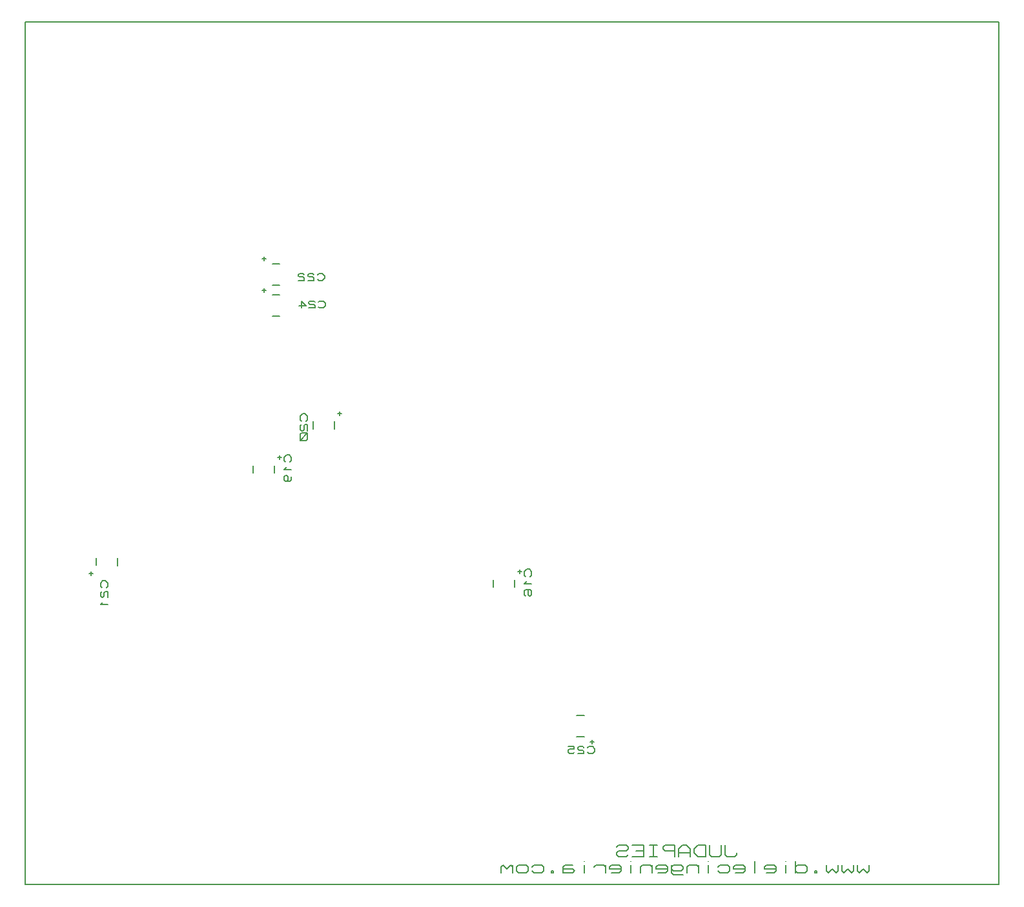
<source format=gbr>
G04 PROTEUS RS274X GERBER FILE*
%FSLAX45Y45*%
%MOMM*%
G01*
%ADD19C,0.203200*%
D19*
X+10160Y+160D02*
X+12780160Y+160D01*
X+12780160Y+11320160D01*
X+10160Y+11320160D01*
X+10160Y+160D01*
X+3279700Y+5401880D02*
X+3279700Y+5498400D01*
X+2997760Y+5401880D02*
X+2997760Y+5500940D01*
X+3317800Y+5605080D02*
X+3368600Y+5605080D01*
X+3343200Y+5579680D02*
X+3343200Y+5630480D01*
X+3485440Y+5545390D02*
X+3500680Y+5561265D01*
X+3500680Y+5608890D01*
X+3470200Y+5640640D01*
X+3439720Y+5640640D01*
X+3409240Y+5608890D01*
X+3409240Y+5561265D01*
X+3424480Y+5545390D01*
X+3439720Y+5481890D02*
X+3409240Y+5450140D01*
X+3500680Y+5450140D01*
X+3439720Y+5291390D02*
X+3454960Y+5307265D01*
X+3454960Y+5354890D01*
X+3439720Y+5370765D01*
X+3424480Y+5370765D01*
X+3409240Y+5354890D01*
X+3409240Y+5307265D01*
X+3424480Y+5291390D01*
X+3485440Y+5291390D01*
X+3500680Y+5307265D01*
X+3500680Y+5354890D01*
X+4069700Y+5981600D02*
X+4069700Y+6078120D01*
X+3787760Y+5981600D02*
X+3787760Y+6080660D01*
X+4107800Y+6184800D02*
X+4158600Y+6184800D01*
X+4133200Y+6159400D02*
X+4133200Y+6210200D01*
X+3695440Y+6085110D02*
X+3710680Y+6100985D01*
X+3710680Y+6148610D01*
X+3680200Y+6180360D01*
X+3649720Y+6180360D01*
X+3619240Y+6148610D01*
X+3619240Y+6100985D01*
X+3634480Y+6085110D01*
X+3634480Y+6037485D02*
X+3619240Y+6021610D01*
X+3619240Y+5973985D01*
X+3634480Y+5958110D01*
X+3649720Y+5958110D01*
X+3664960Y+5973985D01*
X+3664960Y+6021610D01*
X+3680200Y+6037485D01*
X+3710680Y+6037485D01*
X+3710680Y+5958110D01*
X+3695440Y+5926360D02*
X+3634480Y+5926360D01*
X+3619240Y+5910485D01*
X+3619240Y+5846985D01*
X+3634480Y+5831110D01*
X+3695440Y+5831110D01*
X+3710680Y+5846985D01*
X+3710680Y+5910485D01*
X+3695440Y+5926360D01*
X+3710680Y+5926360D02*
X+3619240Y+5831110D01*
X+940300Y+4288400D02*
X+940300Y+4191880D01*
X+1222240Y+4288400D02*
X+1222240Y+4189340D01*
X+902200Y+4085200D02*
X+851400Y+4085200D01*
X+876800Y+4110600D02*
X+876800Y+4059800D01*
X+1075520Y+3895390D02*
X+1090760Y+3911265D01*
X+1090760Y+3958890D01*
X+1060280Y+3990640D01*
X+1029800Y+3990640D01*
X+999320Y+3958890D01*
X+999320Y+3911265D01*
X+1014560Y+3895390D01*
X+1014560Y+3847765D02*
X+999320Y+3831890D01*
X+999320Y+3784265D01*
X+1014560Y+3768390D01*
X+1029800Y+3768390D01*
X+1045040Y+3784265D01*
X+1045040Y+3831890D01*
X+1060280Y+3847765D01*
X+1090760Y+3847765D01*
X+1090760Y+3768390D01*
X+1029800Y+3704890D02*
X+999320Y+3673140D01*
X+1090760Y+3673140D01*
X+6429700Y+3901880D02*
X+6429700Y+3998400D01*
X+6147760Y+3901880D02*
X+6147760Y+4000940D01*
X+6467800Y+4105080D02*
X+6518600Y+4105080D01*
X+6493200Y+4079680D02*
X+6493200Y+4130480D01*
X+6635440Y+4045390D02*
X+6650680Y+4061265D01*
X+6650680Y+4108890D01*
X+6620200Y+4140640D01*
X+6589720Y+4140640D01*
X+6559240Y+4108890D01*
X+6559240Y+4061265D01*
X+6574480Y+4045390D01*
X+6589720Y+3981890D02*
X+6559240Y+3950140D01*
X+6650680Y+3950140D01*
X+6574480Y+3791390D02*
X+6559240Y+3807265D01*
X+6559240Y+3854890D01*
X+6574480Y+3870765D01*
X+6635440Y+3870765D01*
X+6650680Y+3854890D01*
X+6650680Y+3807265D01*
X+6635440Y+3791390D01*
X+6620200Y+3791390D01*
X+6604960Y+3807265D01*
X+6604960Y+3870765D01*
X+3348400Y+8149700D02*
X+3251880Y+8149700D01*
X+3348400Y+7867760D02*
X+3249340Y+7867760D01*
X+3145200Y+8187800D02*
X+3145200Y+8238600D01*
X+3170600Y+8213200D02*
X+3119800Y+8213200D01*
X+3845390Y+7944480D02*
X+3861265Y+7929240D01*
X+3908890Y+7929240D01*
X+3940640Y+7959720D01*
X+3940640Y+7990200D01*
X+3908890Y+8020680D01*
X+3861265Y+8020680D01*
X+3845390Y+8005440D01*
X+3797765Y+8005440D02*
X+3781890Y+8020680D01*
X+3734265Y+8020680D01*
X+3718390Y+8005440D01*
X+3718390Y+7990200D01*
X+3734265Y+7974960D01*
X+3781890Y+7974960D01*
X+3797765Y+7959720D01*
X+3797765Y+7929240D01*
X+3718390Y+7929240D01*
X+3670765Y+8005440D02*
X+3654890Y+8020680D01*
X+3607265Y+8020680D01*
X+3591390Y+8005440D01*
X+3591390Y+7990200D01*
X+3607265Y+7974960D01*
X+3654890Y+7974960D01*
X+3670765Y+7959720D01*
X+3670765Y+7929240D01*
X+3591390Y+7929240D01*
X+3348400Y+7739700D02*
X+3251880Y+7739700D01*
X+3348400Y+7457760D02*
X+3249340Y+7457760D01*
X+3145200Y+7777800D02*
X+3145200Y+7828600D01*
X+3170600Y+7803200D02*
X+3119800Y+7803200D01*
X+3855390Y+7584480D02*
X+3871265Y+7569240D01*
X+3918890Y+7569240D01*
X+3950640Y+7599720D01*
X+3950640Y+7630200D01*
X+3918890Y+7660680D01*
X+3871265Y+7660680D01*
X+3855390Y+7645440D01*
X+3807765Y+7645440D02*
X+3791890Y+7660680D01*
X+3744265Y+7660680D01*
X+3728390Y+7645440D01*
X+3728390Y+7630200D01*
X+3744265Y+7614960D01*
X+3791890Y+7614960D01*
X+3807765Y+7599720D01*
X+3807765Y+7569240D01*
X+3728390Y+7569240D01*
X+3601390Y+7599720D02*
X+3696640Y+7599720D01*
X+3633140Y+7660680D01*
X+3633140Y+7569240D01*
X+7241880Y+1940300D02*
X+7338400Y+1940300D01*
X+7241880Y+2222240D02*
X+7340940Y+2222240D01*
X+7445080Y+1902200D02*
X+7445080Y+1851400D01*
X+7419680Y+1876800D02*
X+7470480Y+1876800D01*
X+7385390Y+1734560D02*
X+7401265Y+1719320D01*
X+7448890Y+1719320D01*
X+7480640Y+1749800D01*
X+7480640Y+1780280D01*
X+7448890Y+1810760D01*
X+7401265Y+1810760D01*
X+7385390Y+1795520D01*
X+7337765Y+1795520D02*
X+7321890Y+1810760D01*
X+7274265Y+1810760D01*
X+7258390Y+1795520D01*
X+7258390Y+1780280D01*
X+7274265Y+1765040D01*
X+7321890Y+1765040D01*
X+7337765Y+1749800D01*
X+7337765Y+1719320D01*
X+7258390Y+1719320D01*
X+7131390Y+1810760D02*
X+7210765Y+1810760D01*
X+7210765Y+1780280D01*
X+7147265Y+1780280D01*
X+7131390Y+1765040D01*
X+7131390Y+1734560D01*
X+7147265Y+1719320D01*
X+7194890Y+1719320D01*
X+7210765Y+1734560D01*
X+11076940Y+254000D02*
X+11076940Y+177800D01*
X+11051540Y+152400D01*
X+11000740Y+203200D01*
X+10949940Y+152400D01*
X+10924540Y+177800D01*
X+10924540Y+254000D01*
X+10873740Y+254000D02*
X+10873740Y+177800D01*
X+10848340Y+152400D01*
X+10797540Y+203200D01*
X+10746740Y+152400D01*
X+10721340Y+177800D01*
X+10721340Y+254000D01*
X+10670540Y+254000D02*
X+10670540Y+177800D01*
X+10645140Y+152400D01*
X+10594340Y+203200D01*
X+10543540Y+152400D01*
X+10518140Y+177800D01*
X+10518140Y+254000D01*
X+10391140Y+177800D02*
X+10365740Y+177800D01*
X+10365740Y+152400D01*
X+10391140Y+152400D01*
X+10391140Y+177800D01*
X+10111740Y+228600D02*
X+10137140Y+254000D01*
X+10238740Y+254000D01*
X+10264140Y+228600D01*
X+10264140Y+177800D01*
X+10238740Y+152400D01*
X+10137140Y+152400D01*
X+10111740Y+177800D01*
X+10111740Y+152400D02*
X+10111740Y+304800D01*
X+9984740Y+254000D02*
X+9984740Y+152400D01*
X+9984740Y+304800D02*
X+9984740Y+304800D01*
X+9857740Y+203200D02*
X+9705340Y+203200D01*
X+9705340Y+228600D01*
X+9730740Y+254000D01*
X+9832340Y+254000D01*
X+9857740Y+228600D01*
X+9857740Y+177800D01*
X+9832340Y+152400D01*
X+9730740Y+152400D01*
X+9578340Y+304800D02*
X+9578340Y+152400D01*
X+9451340Y+203200D02*
X+9298940Y+203200D01*
X+9298940Y+228600D01*
X+9324340Y+254000D01*
X+9425940Y+254000D01*
X+9451340Y+228600D01*
X+9451340Y+177800D01*
X+9425940Y+152400D01*
X+9324340Y+152400D01*
X+9095740Y+228600D02*
X+9121140Y+254000D01*
X+9222740Y+254000D01*
X+9248140Y+228600D01*
X+9248140Y+177800D01*
X+9222740Y+152400D01*
X+9121140Y+152400D01*
X+9095740Y+177800D01*
X+8968740Y+254000D02*
X+8968740Y+152400D01*
X+8968740Y+304800D02*
X+8968740Y+304800D01*
X+8841740Y+152400D02*
X+8841740Y+254000D01*
X+8841740Y+228600D02*
X+8816340Y+254000D01*
X+8714740Y+254000D01*
X+8689340Y+228600D01*
X+8689340Y+152400D01*
X+8486140Y+228600D02*
X+8511540Y+254000D01*
X+8613140Y+254000D01*
X+8638540Y+228600D01*
X+8638540Y+203200D01*
X+8613140Y+177800D01*
X+8511540Y+177800D01*
X+8486140Y+203200D01*
X+8486140Y+254000D02*
X+8486140Y+152400D01*
X+8511540Y+127000D01*
X+8638540Y+127000D01*
X+8435340Y+203200D02*
X+8282940Y+203200D01*
X+8282940Y+228600D01*
X+8308340Y+254000D01*
X+8409940Y+254000D01*
X+8435340Y+228600D01*
X+8435340Y+177800D01*
X+8409940Y+152400D01*
X+8308340Y+152400D01*
X+8232140Y+152400D02*
X+8232140Y+254000D01*
X+8232140Y+228600D02*
X+8206740Y+254000D01*
X+8105140Y+254000D01*
X+8079740Y+228600D01*
X+8079740Y+152400D01*
X+7952740Y+254000D02*
X+7952740Y+152400D01*
X+7952740Y+304800D02*
X+7952740Y+304800D01*
X+7825740Y+203200D02*
X+7673340Y+203200D01*
X+7673340Y+228600D01*
X+7698740Y+254000D01*
X+7800340Y+254000D01*
X+7825740Y+228600D01*
X+7825740Y+177800D01*
X+7800340Y+152400D01*
X+7698740Y+152400D01*
X+7622540Y+152400D02*
X+7622540Y+254000D01*
X+7622540Y+228600D02*
X+7597140Y+254000D01*
X+7495540Y+254000D01*
X+7470140Y+228600D01*
X+7343140Y+254000D02*
X+7343140Y+152400D01*
X+7343140Y+304800D02*
X+7343140Y+304800D01*
X+7190740Y+254000D02*
X+7089140Y+254000D01*
X+7063740Y+228600D01*
X+7063740Y+152400D01*
X+7190740Y+152400D01*
X+7216140Y+177800D01*
X+7190740Y+203200D01*
X+7063740Y+203200D01*
X+6936740Y+177800D02*
X+6911340Y+177800D01*
X+6911340Y+152400D01*
X+6936740Y+152400D01*
X+6936740Y+177800D01*
X+6657340Y+228600D02*
X+6682740Y+254000D01*
X+6784340Y+254000D01*
X+6809740Y+228600D01*
X+6809740Y+177800D01*
X+6784340Y+152400D01*
X+6682740Y+152400D01*
X+6657340Y+177800D01*
X+6606540Y+228600D02*
X+6581140Y+254000D01*
X+6479540Y+254000D01*
X+6454140Y+228600D01*
X+6454140Y+177800D01*
X+6479540Y+152400D01*
X+6581140Y+152400D01*
X+6606540Y+177800D01*
X+6606540Y+228600D01*
X+6403340Y+152400D02*
X+6403340Y+254000D01*
X+6403340Y+228600D02*
X+6377940Y+254000D01*
X+6327140Y+203200D01*
X+6276340Y+254000D01*
X+6250940Y+228600D01*
X+6250940Y+152400D01*
X+9339580Y+414020D02*
X+9339580Y+388620D01*
X+9314180Y+363220D01*
X+9212580Y+363220D01*
X+9187180Y+388620D01*
X+9187180Y+515620D01*
X+9136380Y+515620D02*
X+9136380Y+388620D01*
X+9110980Y+363220D01*
X+9009380Y+363220D01*
X+8983980Y+388620D01*
X+8983980Y+515620D01*
X+8933180Y+363220D02*
X+8933180Y+515620D01*
X+8831580Y+515620D01*
X+8780780Y+464820D01*
X+8780780Y+414020D01*
X+8831580Y+363220D01*
X+8933180Y+363220D01*
X+8729980Y+363220D02*
X+8729980Y+464820D01*
X+8679180Y+515620D01*
X+8628380Y+515620D01*
X+8577580Y+464820D01*
X+8577580Y+363220D01*
X+8729980Y+414020D02*
X+8577580Y+414020D01*
X+8526780Y+363220D02*
X+8526780Y+515620D01*
X+8399780Y+515620D01*
X+8374380Y+490220D01*
X+8374380Y+464820D01*
X+8399780Y+439420D01*
X+8526780Y+439420D01*
X+8298180Y+515620D02*
X+8196580Y+515620D01*
X+8247380Y+515620D02*
X+8247380Y+363220D01*
X+8298180Y+363220D02*
X+8196580Y+363220D01*
X+7967980Y+363220D02*
X+8120380Y+363220D01*
X+8120380Y+515620D01*
X+7967980Y+515620D01*
X+8120380Y+439420D02*
X+8018780Y+439420D01*
X+7917180Y+388620D02*
X+7891780Y+363220D01*
X+7790180Y+363220D01*
X+7764780Y+388620D01*
X+7764780Y+414020D01*
X+7790180Y+439420D01*
X+7891780Y+439420D01*
X+7917180Y+464820D01*
X+7917180Y+490220D01*
X+7891780Y+515620D01*
X+7790180Y+515620D01*
X+7764780Y+490220D01*
M02*

</source>
